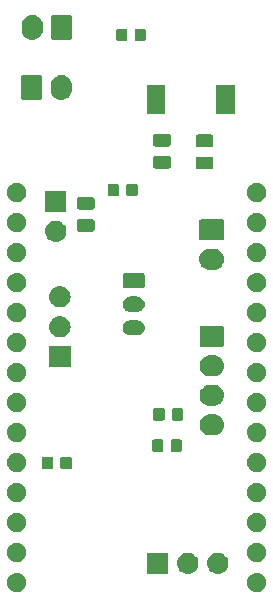
<source format=gbr>
G04 #@! TF.GenerationSoftware,KiCad,Pcbnew,(5.0.1)-rc2*
G04 #@! TF.CreationDate,2019-05-10T17:03:12-07:00*
G04 #@! TF.ProjectId,weatherStation,7765617468657253746174696F6E2E6B,rev?*
G04 #@! TF.SameCoordinates,Original*
G04 #@! TF.FileFunction,Soldermask,Bot*
G04 #@! TF.FilePolarity,Negative*
%FSLAX46Y46*%
G04 Gerber Fmt 4.6, Leading zero omitted, Abs format (unit mm)*
G04 Created by KiCad (PCBNEW (5.0.1)-rc2) date 5/10/2019 5:03:12 PM*
%MOMM*%
%LPD*%
G01*
G04 APERTURE LIST*
%ADD10C,0.100000*%
G04 APERTURE END LIST*
D10*
G36*
X115807142Y-105898242D02*
X115913658Y-105942363D01*
X115945132Y-105955400D01*
X115955102Y-105959530D01*
X116088258Y-106048502D01*
X116201498Y-106161742D01*
X116290470Y-106294898D01*
X116351758Y-106442858D01*
X116383000Y-106599925D01*
X116383000Y-106760075D01*
X116351758Y-106917142D01*
X116290470Y-107065102D01*
X116201498Y-107198258D01*
X116088258Y-107311498D01*
X115955102Y-107400470D01*
X115807142Y-107461758D01*
X115650075Y-107493000D01*
X115489925Y-107493000D01*
X115332858Y-107461758D01*
X115184898Y-107400470D01*
X115051742Y-107311498D01*
X114938502Y-107198258D01*
X114849530Y-107065102D01*
X114788242Y-106917142D01*
X114757000Y-106760075D01*
X114757000Y-106599925D01*
X114788242Y-106442858D01*
X114849530Y-106294898D01*
X114938502Y-106161742D01*
X115051742Y-106048502D01*
X115184898Y-105959530D01*
X115194869Y-105955400D01*
X115226342Y-105942363D01*
X115332858Y-105898242D01*
X115489925Y-105867000D01*
X115650075Y-105867000D01*
X115807142Y-105898242D01*
X115807142Y-105898242D01*
G37*
G36*
X95487142Y-105898242D02*
X95593658Y-105942363D01*
X95625132Y-105955400D01*
X95635102Y-105959530D01*
X95768258Y-106048502D01*
X95881498Y-106161742D01*
X95970470Y-106294898D01*
X96031758Y-106442858D01*
X96063000Y-106599925D01*
X96063000Y-106760075D01*
X96031758Y-106917142D01*
X95970470Y-107065102D01*
X95881498Y-107198258D01*
X95768258Y-107311498D01*
X95635102Y-107400470D01*
X95487142Y-107461758D01*
X95330075Y-107493000D01*
X95169925Y-107493000D01*
X95012858Y-107461758D01*
X94864898Y-107400470D01*
X94731742Y-107311498D01*
X94618502Y-107198258D01*
X94529530Y-107065102D01*
X94468242Y-106917142D01*
X94437000Y-106760075D01*
X94437000Y-106599925D01*
X94468242Y-106442858D01*
X94529530Y-106294898D01*
X94618502Y-106161742D01*
X94731742Y-106048502D01*
X94864898Y-105959530D01*
X94874869Y-105955400D01*
X94906342Y-105942363D01*
X95012858Y-105898242D01*
X95169925Y-105867000D01*
X95330075Y-105867000D01*
X95487142Y-105898242D01*
X95487142Y-105898242D01*
G37*
G36*
X112378443Y-104159919D02*
X112444627Y-104166437D01*
X112557853Y-104200784D01*
X112614467Y-104217957D01*
X112753087Y-104292052D01*
X112770991Y-104301622D01*
X112806729Y-104330952D01*
X112908186Y-104414214D01*
X112991448Y-104515671D01*
X113020778Y-104551409D01*
X113020779Y-104551411D01*
X113104443Y-104707933D01*
X113104443Y-104707934D01*
X113155963Y-104877773D01*
X113173359Y-105054400D01*
X113155963Y-105231027D01*
X113121616Y-105344253D01*
X113104443Y-105400867D01*
X113030348Y-105539487D01*
X113020778Y-105557391D01*
X112991448Y-105593129D01*
X112908186Y-105694586D01*
X112806729Y-105777848D01*
X112770991Y-105807178D01*
X112770989Y-105807179D01*
X112614467Y-105890843D01*
X112557853Y-105908016D01*
X112444627Y-105942363D01*
X112378443Y-105948881D01*
X112312260Y-105955400D01*
X112223740Y-105955400D01*
X112157557Y-105948881D01*
X112091373Y-105942363D01*
X111978147Y-105908016D01*
X111921533Y-105890843D01*
X111765011Y-105807179D01*
X111765009Y-105807178D01*
X111729271Y-105777848D01*
X111627814Y-105694586D01*
X111544552Y-105593129D01*
X111515222Y-105557391D01*
X111505652Y-105539487D01*
X111431557Y-105400867D01*
X111414384Y-105344253D01*
X111380037Y-105231027D01*
X111362641Y-105054400D01*
X111380037Y-104877773D01*
X111431557Y-104707934D01*
X111431557Y-104707933D01*
X111515221Y-104551411D01*
X111515222Y-104551409D01*
X111544552Y-104515671D01*
X111627814Y-104414214D01*
X111729271Y-104330952D01*
X111765009Y-104301622D01*
X111782913Y-104292052D01*
X111921533Y-104217957D01*
X111978147Y-104200784D01*
X112091373Y-104166437D01*
X112157557Y-104159919D01*
X112223740Y-104153400D01*
X112312260Y-104153400D01*
X112378443Y-104159919D01*
X112378443Y-104159919D01*
G37*
G36*
X109838443Y-104159919D02*
X109904627Y-104166437D01*
X110017853Y-104200784D01*
X110074467Y-104217957D01*
X110213087Y-104292052D01*
X110230991Y-104301622D01*
X110266729Y-104330952D01*
X110368186Y-104414214D01*
X110451448Y-104515671D01*
X110480778Y-104551409D01*
X110480779Y-104551411D01*
X110564443Y-104707933D01*
X110564443Y-104707934D01*
X110615963Y-104877773D01*
X110633359Y-105054400D01*
X110615963Y-105231027D01*
X110581616Y-105344253D01*
X110564443Y-105400867D01*
X110490348Y-105539487D01*
X110480778Y-105557391D01*
X110451448Y-105593129D01*
X110368186Y-105694586D01*
X110266729Y-105777848D01*
X110230991Y-105807178D01*
X110230989Y-105807179D01*
X110074467Y-105890843D01*
X110017853Y-105908016D01*
X109904627Y-105942363D01*
X109838443Y-105948881D01*
X109772260Y-105955400D01*
X109683740Y-105955400D01*
X109617557Y-105948881D01*
X109551373Y-105942363D01*
X109438147Y-105908016D01*
X109381533Y-105890843D01*
X109225011Y-105807179D01*
X109225009Y-105807178D01*
X109189271Y-105777848D01*
X109087814Y-105694586D01*
X109004552Y-105593129D01*
X108975222Y-105557391D01*
X108965652Y-105539487D01*
X108891557Y-105400867D01*
X108874384Y-105344253D01*
X108840037Y-105231027D01*
X108822641Y-105054400D01*
X108840037Y-104877773D01*
X108891557Y-104707934D01*
X108891557Y-104707933D01*
X108975221Y-104551411D01*
X108975222Y-104551409D01*
X109004552Y-104515671D01*
X109087814Y-104414214D01*
X109189271Y-104330952D01*
X109225009Y-104301622D01*
X109242913Y-104292052D01*
X109381533Y-104217957D01*
X109438147Y-104200784D01*
X109551373Y-104166437D01*
X109617557Y-104159919D01*
X109683740Y-104153400D01*
X109772260Y-104153400D01*
X109838443Y-104159919D01*
X109838443Y-104159919D01*
G37*
G36*
X108089000Y-105955400D02*
X106287000Y-105955400D01*
X106287000Y-104153400D01*
X108089000Y-104153400D01*
X108089000Y-105955400D01*
X108089000Y-105955400D01*
G37*
G36*
X115807142Y-103358242D02*
X115955102Y-103419530D01*
X116088258Y-103508502D01*
X116201498Y-103621742D01*
X116290470Y-103754898D01*
X116351758Y-103902858D01*
X116383000Y-104059925D01*
X116383000Y-104220075D01*
X116351758Y-104377142D01*
X116290470Y-104525102D01*
X116201498Y-104658258D01*
X116088258Y-104771498D01*
X115955102Y-104860470D01*
X115807142Y-104921758D01*
X115650075Y-104953000D01*
X115489925Y-104953000D01*
X115332858Y-104921758D01*
X115184898Y-104860470D01*
X115051742Y-104771498D01*
X114938502Y-104658258D01*
X114849530Y-104525102D01*
X114788242Y-104377142D01*
X114757000Y-104220075D01*
X114757000Y-104059925D01*
X114788242Y-103902858D01*
X114849530Y-103754898D01*
X114938502Y-103621742D01*
X115051742Y-103508502D01*
X115184898Y-103419530D01*
X115332858Y-103358242D01*
X115489925Y-103327000D01*
X115650075Y-103327000D01*
X115807142Y-103358242D01*
X115807142Y-103358242D01*
G37*
G36*
X95487142Y-103358242D02*
X95635102Y-103419530D01*
X95768258Y-103508502D01*
X95881498Y-103621742D01*
X95970470Y-103754898D01*
X96031758Y-103902858D01*
X96063000Y-104059925D01*
X96063000Y-104220075D01*
X96031758Y-104377142D01*
X95970470Y-104525102D01*
X95881498Y-104658258D01*
X95768258Y-104771498D01*
X95635102Y-104860470D01*
X95487142Y-104921758D01*
X95330075Y-104953000D01*
X95169925Y-104953000D01*
X95012858Y-104921758D01*
X94864898Y-104860470D01*
X94731742Y-104771498D01*
X94618502Y-104658258D01*
X94529530Y-104525102D01*
X94468242Y-104377142D01*
X94437000Y-104220075D01*
X94437000Y-104059925D01*
X94468242Y-103902858D01*
X94529530Y-103754898D01*
X94618502Y-103621742D01*
X94731742Y-103508502D01*
X94864898Y-103419530D01*
X95012858Y-103358242D01*
X95169925Y-103327000D01*
X95330075Y-103327000D01*
X95487142Y-103358242D01*
X95487142Y-103358242D01*
G37*
G36*
X95487142Y-100818242D02*
X95635102Y-100879530D01*
X95768258Y-100968502D01*
X95881498Y-101081742D01*
X95970470Y-101214898D01*
X96031758Y-101362858D01*
X96063000Y-101519925D01*
X96063000Y-101680075D01*
X96031758Y-101837142D01*
X95970470Y-101985102D01*
X95881498Y-102118258D01*
X95768258Y-102231498D01*
X95635102Y-102320470D01*
X95487142Y-102381758D01*
X95330075Y-102413000D01*
X95169925Y-102413000D01*
X95012858Y-102381758D01*
X94864898Y-102320470D01*
X94731742Y-102231498D01*
X94618502Y-102118258D01*
X94529530Y-101985102D01*
X94468242Y-101837142D01*
X94437000Y-101680075D01*
X94437000Y-101519925D01*
X94468242Y-101362858D01*
X94529530Y-101214898D01*
X94618502Y-101081742D01*
X94731742Y-100968502D01*
X94864898Y-100879530D01*
X95012858Y-100818242D01*
X95169925Y-100787000D01*
X95330075Y-100787000D01*
X95487142Y-100818242D01*
X95487142Y-100818242D01*
G37*
G36*
X115807142Y-100818242D02*
X115955102Y-100879530D01*
X116088258Y-100968502D01*
X116201498Y-101081742D01*
X116290470Y-101214898D01*
X116351758Y-101362858D01*
X116383000Y-101519925D01*
X116383000Y-101680075D01*
X116351758Y-101837142D01*
X116290470Y-101985102D01*
X116201498Y-102118258D01*
X116088258Y-102231498D01*
X115955102Y-102320470D01*
X115807142Y-102381758D01*
X115650075Y-102413000D01*
X115489925Y-102413000D01*
X115332858Y-102381758D01*
X115184898Y-102320470D01*
X115051742Y-102231498D01*
X114938502Y-102118258D01*
X114849530Y-101985102D01*
X114788242Y-101837142D01*
X114757000Y-101680075D01*
X114757000Y-101519925D01*
X114788242Y-101362858D01*
X114849530Y-101214898D01*
X114938502Y-101081742D01*
X115051742Y-100968502D01*
X115184898Y-100879530D01*
X115332858Y-100818242D01*
X115489925Y-100787000D01*
X115650075Y-100787000D01*
X115807142Y-100818242D01*
X115807142Y-100818242D01*
G37*
G36*
X95487142Y-98278242D02*
X95635102Y-98339530D01*
X95768258Y-98428502D01*
X95881498Y-98541742D01*
X95970470Y-98674898D01*
X96031758Y-98822858D01*
X96063000Y-98979925D01*
X96063000Y-99140075D01*
X96031758Y-99297142D01*
X95970470Y-99445102D01*
X95881498Y-99578258D01*
X95768258Y-99691498D01*
X95635102Y-99780470D01*
X95487142Y-99841758D01*
X95330075Y-99873000D01*
X95169925Y-99873000D01*
X95012858Y-99841758D01*
X94864898Y-99780470D01*
X94731742Y-99691498D01*
X94618502Y-99578258D01*
X94529530Y-99445102D01*
X94468242Y-99297142D01*
X94437000Y-99140075D01*
X94437000Y-98979925D01*
X94468242Y-98822858D01*
X94529530Y-98674898D01*
X94618502Y-98541742D01*
X94731742Y-98428502D01*
X94864898Y-98339530D01*
X95012858Y-98278242D01*
X95169925Y-98247000D01*
X95330075Y-98247000D01*
X95487142Y-98278242D01*
X95487142Y-98278242D01*
G37*
G36*
X115807142Y-98278242D02*
X115955102Y-98339530D01*
X116088258Y-98428502D01*
X116201498Y-98541742D01*
X116290470Y-98674898D01*
X116351758Y-98822858D01*
X116383000Y-98979925D01*
X116383000Y-99140075D01*
X116351758Y-99297142D01*
X116290470Y-99445102D01*
X116201498Y-99578258D01*
X116088258Y-99691498D01*
X115955102Y-99780470D01*
X115807142Y-99841758D01*
X115650075Y-99873000D01*
X115489925Y-99873000D01*
X115332858Y-99841758D01*
X115184898Y-99780470D01*
X115051742Y-99691498D01*
X114938502Y-99578258D01*
X114849530Y-99445102D01*
X114788242Y-99297142D01*
X114757000Y-99140075D01*
X114757000Y-98979925D01*
X114788242Y-98822858D01*
X114849530Y-98674898D01*
X114938502Y-98541742D01*
X115051742Y-98428502D01*
X115184898Y-98339530D01*
X115332858Y-98278242D01*
X115489925Y-98247000D01*
X115650075Y-98247000D01*
X115807142Y-98278242D01*
X115807142Y-98278242D01*
G37*
G36*
X95487142Y-95738242D02*
X95635102Y-95799530D01*
X95702130Y-95844317D01*
X95768257Y-95888501D01*
X95881499Y-96001743D01*
X95912998Y-96048885D01*
X95970470Y-96134898D01*
X96031758Y-96282858D01*
X96063000Y-96439925D01*
X96063000Y-96600075D01*
X96031758Y-96757142D01*
X95970470Y-96905102D01*
X95943129Y-96946020D01*
X95890183Y-97025261D01*
X95881498Y-97038258D01*
X95768258Y-97151498D01*
X95635102Y-97240470D01*
X95487142Y-97301758D01*
X95330075Y-97333000D01*
X95169925Y-97333000D01*
X95012858Y-97301758D01*
X94864898Y-97240470D01*
X94731742Y-97151498D01*
X94618502Y-97038258D01*
X94609818Y-97025261D01*
X94556871Y-96946020D01*
X94529530Y-96905102D01*
X94468242Y-96757142D01*
X94437000Y-96600075D01*
X94437000Y-96439925D01*
X94468242Y-96282858D01*
X94529530Y-96134898D01*
X94587002Y-96048885D01*
X94618501Y-96001743D01*
X94731743Y-95888501D01*
X94797870Y-95844317D01*
X94864898Y-95799530D01*
X95012858Y-95738242D01*
X95169925Y-95707000D01*
X95330075Y-95707000D01*
X95487142Y-95738242D01*
X95487142Y-95738242D01*
G37*
G36*
X115807142Y-95738242D02*
X115955102Y-95799530D01*
X116022130Y-95844317D01*
X116088257Y-95888501D01*
X116201499Y-96001743D01*
X116232998Y-96048885D01*
X116290470Y-96134898D01*
X116351758Y-96282858D01*
X116383000Y-96439925D01*
X116383000Y-96600075D01*
X116351758Y-96757142D01*
X116290470Y-96905102D01*
X116263129Y-96946020D01*
X116210183Y-97025261D01*
X116201498Y-97038258D01*
X116088258Y-97151498D01*
X115955102Y-97240470D01*
X115807142Y-97301758D01*
X115650075Y-97333000D01*
X115489925Y-97333000D01*
X115332858Y-97301758D01*
X115184898Y-97240470D01*
X115051742Y-97151498D01*
X114938502Y-97038258D01*
X114929818Y-97025261D01*
X114876871Y-96946020D01*
X114849530Y-96905102D01*
X114788242Y-96757142D01*
X114757000Y-96600075D01*
X114757000Y-96439925D01*
X114788242Y-96282858D01*
X114849530Y-96134898D01*
X114907002Y-96048885D01*
X114938501Y-96001743D01*
X115051743Y-95888501D01*
X115117870Y-95844317D01*
X115184898Y-95799530D01*
X115332858Y-95738242D01*
X115489925Y-95707000D01*
X115650075Y-95707000D01*
X115807142Y-95738242D01*
X115807142Y-95738242D01*
G37*
G36*
X98208191Y-96048885D02*
X98242169Y-96059193D01*
X98273487Y-96075933D01*
X98300939Y-96098461D01*
X98323467Y-96125913D01*
X98340207Y-96157231D01*
X98350515Y-96191209D01*
X98354600Y-96232690D01*
X98354600Y-96908910D01*
X98350515Y-96950391D01*
X98340207Y-96984369D01*
X98323467Y-97015687D01*
X98300939Y-97043139D01*
X98273487Y-97065667D01*
X98242169Y-97082407D01*
X98208191Y-97092715D01*
X98166710Y-97096800D01*
X97565490Y-97096800D01*
X97524009Y-97092715D01*
X97490031Y-97082407D01*
X97458713Y-97065667D01*
X97431261Y-97043139D01*
X97408733Y-97015687D01*
X97391993Y-96984369D01*
X97381685Y-96950391D01*
X97377600Y-96908910D01*
X97377600Y-96232690D01*
X97381685Y-96191209D01*
X97391993Y-96157231D01*
X97408733Y-96125913D01*
X97431261Y-96098461D01*
X97458713Y-96075933D01*
X97490031Y-96059193D01*
X97524009Y-96048885D01*
X97565490Y-96044800D01*
X98166710Y-96044800D01*
X98208191Y-96048885D01*
X98208191Y-96048885D01*
G37*
G36*
X99783191Y-96048885D02*
X99817169Y-96059193D01*
X99848487Y-96075933D01*
X99875939Y-96098461D01*
X99898467Y-96125913D01*
X99915207Y-96157231D01*
X99925515Y-96191209D01*
X99929600Y-96232690D01*
X99929600Y-96908910D01*
X99925515Y-96950391D01*
X99915207Y-96984369D01*
X99898467Y-97015687D01*
X99875939Y-97043139D01*
X99848487Y-97065667D01*
X99817169Y-97082407D01*
X99783191Y-97092715D01*
X99741710Y-97096800D01*
X99140490Y-97096800D01*
X99099009Y-97092715D01*
X99065031Y-97082407D01*
X99033713Y-97065667D01*
X99006261Y-97043139D01*
X98983733Y-97015687D01*
X98966993Y-96984369D01*
X98956685Y-96950391D01*
X98952600Y-96908910D01*
X98952600Y-96232690D01*
X98956685Y-96191209D01*
X98966993Y-96157231D01*
X98983733Y-96125913D01*
X99006261Y-96098461D01*
X99033713Y-96075933D01*
X99065031Y-96059193D01*
X99099009Y-96048885D01*
X99140490Y-96044800D01*
X99741710Y-96044800D01*
X99783191Y-96048885D01*
X99783191Y-96048885D01*
G37*
G36*
X109104891Y-94575685D02*
X109138869Y-94585993D01*
X109170187Y-94602733D01*
X109197639Y-94625261D01*
X109220167Y-94652713D01*
X109236907Y-94684031D01*
X109247215Y-94718009D01*
X109251300Y-94759490D01*
X109251300Y-95435710D01*
X109247215Y-95477191D01*
X109236907Y-95511169D01*
X109220167Y-95542487D01*
X109197639Y-95569939D01*
X109170187Y-95592467D01*
X109138869Y-95609207D01*
X109104891Y-95619515D01*
X109063410Y-95623600D01*
X108462190Y-95623600D01*
X108420709Y-95619515D01*
X108386731Y-95609207D01*
X108355413Y-95592467D01*
X108327961Y-95569939D01*
X108305433Y-95542487D01*
X108288693Y-95511169D01*
X108278385Y-95477191D01*
X108274300Y-95435710D01*
X108274300Y-94759490D01*
X108278385Y-94718009D01*
X108288693Y-94684031D01*
X108305433Y-94652713D01*
X108327961Y-94625261D01*
X108355413Y-94602733D01*
X108386731Y-94585993D01*
X108420709Y-94575685D01*
X108462190Y-94571600D01*
X109063410Y-94571600D01*
X109104891Y-94575685D01*
X109104891Y-94575685D01*
G37*
G36*
X107529891Y-94575685D02*
X107563869Y-94585993D01*
X107595187Y-94602733D01*
X107622639Y-94625261D01*
X107645167Y-94652713D01*
X107661907Y-94684031D01*
X107672215Y-94718009D01*
X107676300Y-94759490D01*
X107676300Y-95435710D01*
X107672215Y-95477191D01*
X107661907Y-95511169D01*
X107645167Y-95542487D01*
X107622639Y-95569939D01*
X107595187Y-95592467D01*
X107563869Y-95609207D01*
X107529891Y-95619515D01*
X107488410Y-95623600D01*
X106887190Y-95623600D01*
X106845709Y-95619515D01*
X106811731Y-95609207D01*
X106780413Y-95592467D01*
X106752961Y-95569939D01*
X106730433Y-95542487D01*
X106713693Y-95511169D01*
X106703385Y-95477191D01*
X106699300Y-95435710D01*
X106699300Y-94759490D01*
X106703385Y-94718009D01*
X106713693Y-94684031D01*
X106730433Y-94652713D01*
X106752961Y-94625261D01*
X106780413Y-94602733D01*
X106811731Y-94585993D01*
X106845709Y-94575685D01*
X106887190Y-94571600D01*
X107488410Y-94571600D01*
X107529891Y-94575685D01*
X107529891Y-94575685D01*
G37*
G36*
X95487142Y-93198242D02*
X95635102Y-93259530D01*
X95768258Y-93348502D01*
X95881498Y-93461742D01*
X95970470Y-93594898D01*
X96031758Y-93742858D01*
X96063000Y-93899925D01*
X96063000Y-94060075D01*
X96031758Y-94217142D01*
X96019804Y-94246000D01*
X95970471Y-94365100D01*
X95881499Y-94498257D01*
X95768257Y-94611499D01*
X95720904Y-94643139D01*
X95635102Y-94700470D01*
X95487142Y-94761758D01*
X95330075Y-94793000D01*
X95169925Y-94793000D01*
X95012858Y-94761758D01*
X94864898Y-94700470D01*
X94779096Y-94643139D01*
X94731743Y-94611499D01*
X94618501Y-94498257D01*
X94529529Y-94365100D01*
X94480196Y-94246000D01*
X94468242Y-94217142D01*
X94437000Y-94060075D01*
X94437000Y-93899925D01*
X94468242Y-93742858D01*
X94529530Y-93594898D01*
X94618502Y-93461742D01*
X94731742Y-93348502D01*
X94864898Y-93259530D01*
X95012858Y-93198242D01*
X95169925Y-93167000D01*
X95330075Y-93167000D01*
X95487142Y-93198242D01*
X95487142Y-93198242D01*
G37*
G36*
X115807142Y-93198242D02*
X115955102Y-93259530D01*
X116088258Y-93348502D01*
X116201498Y-93461742D01*
X116290470Y-93594898D01*
X116351758Y-93742858D01*
X116383000Y-93899925D01*
X116383000Y-94060075D01*
X116351758Y-94217142D01*
X116339804Y-94246000D01*
X116290471Y-94365100D01*
X116201499Y-94498257D01*
X116088257Y-94611499D01*
X116040904Y-94643139D01*
X115955102Y-94700470D01*
X115807142Y-94761758D01*
X115650075Y-94793000D01*
X115489925Y-94793000D01*
X115332858Y-94761758D01*
X115184898Y-94700470D01*
X115099096Y-94643139D01*
X115051743Y-94611499D01*
X114938501Y-94498257D01*
X114849529Y-94365100D01*
X114800196Y-94246000D01*
X114788242Y-94217142D01*
X114757000Y-94060075D01*
X114757000Y-93899925D01*
X114788242Y-93742858D01*
X114849530Y-93594898D01*
X114938502Y-93461742D01*
X115051742Y-93348502D01*
X115184898Y-93259530D01*
X115332858Y-93198242D01*
X115489925Y-93167000D01*
X115650075Y-93167000D01*
X115807142Y-93198242D01*
X115807142Y-93198242D01*
G37*
G36*
X111995443Y-92450519D02*
X112061627Y-92457037D01*
X112174853Y-92491384D01*
X112231467Y-92508557D01*
X112370087Y-92582652D01*
X112387991Y-92592222D01*
X112423729Y-92621552D01*
X112525186Y-92704814D01*
X112591321Y-92785401D01*
X112637778Y-92842009D01*
X112637779Y-92842011D01*
X112721443Y-92998533D01*
X112721443Y-92998534D01*
X112772963Y-93168373D01*
X112790359Y-93345000D01*
X112772963Y-93521627D01*
X112750736Y-93594900D01*
X112721443Y-93691467D01*
X112647348Y-93830087D01*
X112637778Y-93847991D01*
X112608448Y-93883729D01*
X112525186Y-93985186D01*
X112433933Y-94060074D01*
X112387991Y-94097778D01*
X112387989Y-94097779D01*
X112231467Y-94181443D01*
X112174853Y-94198616D01*
X112061627Y-94232963D01*
X111995443Y-94239481D01*
X111929260Y-94246000D01*
X111590740Y-94246000D01*
X111524557Y-94239481D01*
X111458373Y-94232963D01*
X111345147Y-94198616D01*
X111288533Y-94181443D01*
X111132011Y-94097779D01*
X111132009Y-94097778D01*
X111086067Y-94060074D01*
X110994814Y-93985186D01*
X110911552Y-93883729D01*
X110882222Y-93847991D01*
X110872652Y-93830087D01*
X110798557Y-93691467D01*
X110769264Y-93594900D01*
X110747037Y-93521627D01*
X110729641Y-93345000D01*
X110747037Y-93168373D01*
X110798557Y-92998534D01*
X110798557Y-92998533D01*
X110882221Y-92842011D01*
X110882222Y-92842009D01*
X110928679Y-92785401D01*
X110994814Y-92704814D01*
X111096271Y-92621552D01*
X111132009Y-92592222D01*
X111149913Y-92582652D01*
X111288533Y-92508557D01*
X111345147Y-92491384D01*
X111458373Y-92457037D01*
X111524557Y-92450519D01*
X111590740Y-92444000D01*
X111929260Y-92444000D01*
X111995443Y-92450519D01*
X111995443Y-92450519D01*
G37*
G36*
X109206491Y-91934085D02*
X109240469Y-91944393D01*
X109271787Y-91961133D01*
X109299239Y-91983661D01*
X109321767Y-92011113D01*
X109338507Y-92042431D01*
X109348815Y-92076409D01*
X109352900Y-92117890D01*
X109352900Y-92794110D01*
X109348815Y-92835591D01*
X109338507Y-92869569D01*
X109321767Y-92900887D01*
X109299239Y-92928339D01*
X109271787Y-92950867D01*
X109240469Y-92967607D01*
X109206491Y-92977915D01*
X109165010Y-92982000D01*
X108563790Y-92982000D01*
X108522309Y-92977915D01*
X108488331Y-92967607D01*
X108457013Y-92950867D01*
X108429561Y-92928339D01*
X108407033Y-92900887D01*
X108390293Y-92869569D01*
X108379985Y-92835591D01*
X108375900Y-92794110D01*
X108375900Y-92117890D01*
X108379985Y-92076409D01*
X108390293Y-92042431D01*
X108407033Y-92011113D01*
X108429561Y-91983661D01*
X108457013Y-91961133D01*
X108488331Y-91944393D01*
X108522309Y-91934085D01*
X108563790Y-91930000D01*
X109165010Y-91930000D01*
X109206491Y-91934085D01*
X109206491Y-91934085D01*
G37*
G36*
X107631491Y-91934085D02*
X107665469Y-91944393D01*
X107696787Y-91961133D01*
X107724239Y-91983661D01*
X107746767Y-92011113D01*
X107763507Y-92042431D01*
X107773815Y-92076409D01*
X107777900Y-92117890D01*
X107777900Y-92794110D01*
X107773815Y-92835591D01*
X107763507Y-92869569D01*
X107746767Y-92900887D01*
X107724239Y-92928339D01*
X107696787Y-92950867D01*
X107665469Y-92967607D01*
X107631491Y-92977915D01*
X107590010Y-92982000D01*
X106988790Y-92982000D01*
X106947309Y-92977915D01*
X106913331Y-92967607D01*
X106882013Y-92950867D01*
X106854561Y-92928339D01*
X106832033Y-92900887D01*
X106815293Y-92869569D01*
X106804985Y-92835591D01*
X106800900Y-92794110D01*
X106800900Y-92117890D01*
X106804985Y-92076409D01*
X106815293Y-92042431D01*
X106832033Y-92011113D01*
X106854561Y-91983661D01*
X106882013Y-91961133D01*
X106913331Y-91944393D01*
X106947309Y-91934085D01*
X106988790Y-91930000D01*
X107590010Y-91930000D01*
X107631491Y-91934085D01*
X107631491Y-91934085D01*
G37*
G36*
X95487142Y-90658242D02*
X95635102Y-90719530D01*
X95768258Y-90808502D01*
X95881498Y-90921742D01*
X95970470Y-91054898D01*
X96031758Y-91202858D01*
X96063000Y-91359925D01*
X96063000Y-91520075D01*
X96031758Y-91677142D01*
X95984354Y-91791583D01*
X95970471Y-91825100D01*
X95881499Y-91958257D01*
X95768257Y-92071499D01*
X95754367Y-92080780D01*
X95635102Y-92160470D01*
X95487142Y-92221758D01*
X95330075Y-92253000D01*
X95169925Y-92253000D01*
X95012858Y-92221758D01*
X94864898Y-92160470D01*
X94745633Y-92080780D01*
X94731743Y-92071499D01*
X94618501Y-91958257D01*
X94529529Y-91825100D01*
X94515646Y-91791583D01*
X94468242Y-91677142D01*
X94437000Y-91520075D01*
X94437000Y-91359925D01*
X94468242Y-91202858D01*
X94529530Y-91054898D01*
X94618502Y-90921742D01*
X94731742Y-90808502D01*
X94864898Y-90719530D01*
X95012858Y-90658242D01*
X95169925Y-90627000D01*
X95330075Y-90627000D01*
X95487142Y-90658242D01*
X95487142Y-90658242D01*
G37*
G36*
X115807142Y-90658242D02*
X115955102Y-90719530D01*
X116088258Y-90808502D01*
X116201498Y-90921742D01*
X116290470Y-91054898D01*
X116351758Y-91202858D01*
X116383000Y-91359925D01*
X116383000Y-91520075D01*
X116351758Y-91677142D01*
X116304354Y-91791583D01*
X116290471Y-91825100D01*
X116201499Y-91958257D01*
X116088257Y-92071499D01*
X116074367Y-92080780D01*
X115955102Y-92160470D01*
X115807142Y-92221758D01*
X115650075Y-92253000D01*
X115489925Y-92253000D01*
X115332858Y-92221758D01*
X115184898Y-92160470D01*
X115065633Y-92080780D01*
X115051743Y-92071499D01*
X114938501Y-91958257D01*
X114849529Y-91825100D01*
X114835646Y-91791583D01*
X114788242Y-91677142D01*
X114757000Y-91520075D01*
X114757000Y-91359925D01*
X114788242Y-91202858D01*
X114849530Y-91054898D01*
X114938502Y-90921742D01*
X115051742Y-90808502D01*
X115184898Y-90719530D01*
X115332858Y-90658242D01*
X115489925Y-90627000D01*
X115650075Y-90627000D01*
X115807142Y-90658242D01*
X115807142Y-90658242D01*
G37*
G36*
X111995443Y-89950519D02*
X112061627Y-89957037D01*
X112174853Y-89991384D01*
X112231467Y-90008557D01*
X112370087Y-90082652D01*
X112387991Y-90092222D01*
X112423729Y-90121552D01*
X112525186Y-90204814D01*
X112608448Y-90306271D01*
X112637778Y-90342009D01*
X112637779Y-90342011D01*
X112721443Y-90498533D01*
X112721443Y-90498534D01*
X112772963Y-90668373D01*
X112790359Y-90845000D01*
X112772963Y-91021627D01*
X112738616Y-91134853D01*
X112721443Y-91191467D01*
X112715354Y-91202858D01*
X112637778Y-91347991D01*
X112627984Y-91359925D01*
X112525186Y-91485186D01*
X112423729Y-91568448D01*
X112387991Y-91597778D01*
X112387989Y-91597779D01*
X112231467Y-91681443D01*
X112174853Y-91698616D01*
X112061627Y-91732963D01*
X111995443Y-91739481D01*
X111929260Y-91746000D01*
X111590740Y-91746000D01*
X111524557Y-91739481D01*
X111458373Y-91732963D01*
X111345147Y-91698616D01*
X111288533Y-91681443D01*
X111132011Y-91597779D01*
X111132009Y-91597778D01*
X111096271Y-91568448D01*
X110994814Y-91485186D01*
X110892016Y-91359925D01*
X110882222Y-91347991D01*
X110804646Y-91202858D01*
X110798557Y-91191467D01*
X110781384Y-91134853D01*
X110747037Y-91021627D01*
X110729641Y-90845000D01*
X110747037Y-90668373D01*
X110798557Y-90498534D01*
X110798557Y-90498533D01*
X110882221Y-90342011D01*
X110882222Y-90342009D01*
X110911552Y-90306271D01*
X110994814Y-90204814D01*
X111096271Y-90121552D01*
X111132009Y-90092222D01*
X111149913Y-90082652D01*
X111288533Y-90008557D01*
X111345147Y-89991384D01*
X111458373Y-89957037D01*
X111524557Y-89950519D01*
X111590740Y-89944000D01*
X111929260Y-89944000D01*
X111995443Y-89950519D01*
X111995443Y-89950519D01*
G37*
G36*
X115807142Y-88118242D02*
X115955102Y-88179530D01*
X116088258Y-88268502D01*
X116201498Y-88381742D01*
X116267286Y-88480200D01*
X116290471Y-88514900D01*
X116293257Y-88521627D01*
X116351758Y-88662858D01*
X116383000Y-88819925D01*
X116383000Y-88980075D01*
X116351758Y-89137142D01*
X116290470Y-89285102D01*
X116201498Y-89418258D01*
X116088258Y-89531498D01*
X115955102Y-89620470D01*
X115807142Y-89681758D01*
X115650075Y-89713000D01*
X115489925Y-89713000D01*
X115332858Y-89681758D01*
X115184898Y-89620470D01*
X115051742Y-89531498D01*
X114938502Y-89418258D01*
X114849530Y-89285102D01*
X114788242Y-89137142D01*
X114757000Y-88980075D01*
X114757000Y-88819925D01*
X114788242Y-88662858D01*
X114846743Y-88521627D01*
X114849529Y-88514900D01*
X114872715Y-88480200D01*
X114938502Y-88381742D01*
X115051742Y-88268502D01*
X115184898Y-88179530D01*
X115332858Y-88118242D01*
X115489925Y-88087000D01*
X115650075Y-88087000D01*
X115807142Y-88118242D01*
X115807142Y-88118242D01*
G37*
G36*
X95487142Y-88118242D02*
X95635102Y-88179530D01*
X95768258Y-88268502D01*
X95881498Y-88381742D01*
X95947286Y-88480200D01*
X95970471Y-88514900D01*
X95973257Y-88521627D01*
X96031758Y-88662858D01*
X96063000Y-88819925D01*
X96063000Y-88980075D01*
X96031758Y-89137142D01*
X95970470Y-89285102D01*
X95881498Y-89418258D01*
X95768258Y-89531498D01*
X95635102Y-89620470D01*
X95487142Y-89681758D01*
X95330075Y-89713000D01*
X95169925Y-89713000D01*
X95012858Y-89681758D01*
X94864898Y-89620470D01*
X94731742Y-89531498D01*
X94618502Y-89418258D01*
X94529530Y-89285102D01*
X94468242Y-89137142D01*
X94437000Y-88980075D01*
X94437000Y-88819925D01*
X94468242Y-88662858D01*
X94526743Y-88521627D01*
X94529529Y-88514900D01*
X94552715Y-88480200D01*
X94618502Y-88381742D01*
X94731742Y-88268502D01*
X94864898Y-88179530D01*
X95012858Y-88118242D01*
X95169925Y-88087000D01*
X95330075Y-88087000D01*
X95487142Y-88118242D01*
X95487142Y-88118242D01*
G37*
G36*
X111995443Y-87450519D02*
X112061627Y-87457037D01*
X112174853Y-87491384D01*
X112231467Y-87508557D01*
X112370087Y-87582652D01*
X112387991Y-87592222D01*
X112423729Y-87621552D01*
X112525186Y-87704814D01*
X112608448Y-87806271D01*
X112637778Y-87842009D01*
X112637779Y-87842011D01*
X112721443Y-87998533D01*
X112721443Y-87998534D01*
X112772963Y-88168373D01*
X112790359Y-88345000D01*
X112772963Y-88521627D01*
X112738616Y-88634853D01*
X112721443Y-88691467D01*
X112652780Y-88819925D01*
X112637778Y-88847991D01*
X112608448Y-88883729D01*
X112525186Y-88985186D01*
X112423729Y-89068448D01*
X112387991Y-89097778D01*
X112387989Y-89097779D01*
X112231467Y-89181443D01*
X112174853Y-89198616D01*
X112061627Y-89232963D01*
X111995442Y-89239482D01*
X111929260Y-89246000D01*
X111590740Y-89246000D01*
X111524558Y-89239482D01*
X111458373Y-89232963D01*
X111345147Y-89198616D01*
X111288533Y-89181443D01*
X111132011Y-89097779D01*
X111132009Y-89097778D01*
X111096271Y-89068448D01*
X110994814Y-88985186D01*
X110911552Y-88883729D01*
X110882222Y-88847991D01*
X110867220Y-88819925D01*
X110798557Y-88691467D01*
X110781384Y-88634853D01*
X110747037Y-88521627D01*
X110729641Y-88345000D01*
X110747037Y-88168373D01*
X110798557Y-87998534D01*
X110798557Y-87998533D01*
X110882221Y-87842011D01*
X110882222Y-87842009D01*
X110911552Y-87806271D01*
X110994814Y-87704814D01*
X111096271Y-87621552D01*
X111132009Y-87592222D01*
X111149913Y-87582652D01*
X111288533Y-87508557D01*
X111345147Y-87491384D01*
X111458373Y-87457037D01*
X111524557Y-87450519D01*
X111590740Y-87444000D01*
X111929260Y-87444000D01*
X111995443Y-87450519D01*
X111995443Y-87450519D01*
G37*
G36*
X99808600Y-88480200D02*
X98006600Y-88480200D01*
X98006600Y-86678200D01*
X99808600Y-86678200D01*
X99808600Y-88480200D01*
X99808600Y-88480200D01*
G37*
G36*
X115807142Y-85578242D02*
X115955102Y-85639530D01*
X116088258Y-85728502D01*
X116201498Y-85841742D01*
X116290470Y-85974898D01*
X116351758Y-86122858D01*
X116383000Y-86279925D01*
X116383000Y-86440075D01*
X116351758Y-86597142D01*
X116304354Y-86711583D01*
X116291751Y-86742011D01*
X116290470Y-86745102D01*
X116201498Y-86878258D01*
X116088258Y-86991498D01*
X115955102Y-87080470D01*
X115807142Y-87141758D01*
X115650075Y-87173000D01*
X115489925Y-87173000D01*
X115332858Y-87141758D01*
X115184898Y-87080470D01*
X115051742Y-86991498D01*
X114938502Y-86878258D01*
X114849530Y-86745102D01*
X114848250Y-86742011D01*
X114835646Y-86711583D01*
X114788242Y-86597142D01*
X114757000Y-86440075D01*
X114757000Y-86279925D01*
X114788242Y-86122858D01*
X114849530Y-85974898D01*
X114938502Y-85841742D01*
X115051742Y-85728502D01*
X115184898Y-85639530D01*
X115332858Y-85578242D01*
X115489925Y-85547000D01*
X115650075Y-85547000D01*
X115807142Y-85578242D01*
X115807142Y-85578242D01*
G37*
G36*
X95487142Y-85578242D02*
X95635102Y-85639530D01*
X95768258Y-85728502D01*
X95881498Y-85841742D01*
X95970470Y-85974898D01*
X96031758Y-86122858D01*
X96063000Y-86279925D01*
X96063000Y-86440075D01*
X96031758Y-86597142D01*
X95984354Y-86711583D01*
X95971751Y-86742011D01*
X95970470Y-86745102D01*
X95881498Y-86878258D01*
X95768258Y-86991498D01*
X95635102Y-87080470D01*
X95487142Y-87141758D01*
X95330075Y-87173000D01*
X95169925Y-87173000D01*
X95012858Y-87141758D01*
X94864898Y-87080470D01*
X94731742Y-86991498D01*
X94618502Y-86878258D01*
X94529530Y-86745102D01*
X94528250Y-86742011D01*
X94515646Y-86711583D01*
X94468242Y-86597142D01*
X94437000Y-86440075D01*
X94437000Y-86279925D01*
X94468242Y-86122858D01*
X94529530Y-85974898D01*
X94618502Y-85841742D01*
X94731742Y-85728502D01*
X94864898Y-85639530D01*
X95012858Y-85578242D01*
X95169925Y-85547000D01*
X95330075Y-85547000D01*
X95487142Y-85578242D01*
X95487142Y-85578242D01*
G37*
G36*
X112643600Y-84947989D02*
X112676649Y-84958014D01*
X112707106Y-84974294D01*
X112733799Y-84996201D01*
X112755706Y-85022894D01*
X112771986Y-85053351D01*
X112782011Y-85086400D01*
X112786000Y-85126904D01*
X112786000Y-86563096D01*
X112782011Y-86603600D01*
X112771986Y-86636649D01*
X112755706Y-86667106D01*
X112733799Y-86693799D01*
X112707106Y-86715706D01*
X112676649Y-86731986D01*
X112643600Y-86742011D01*
X112603096Y-86746000D01*
X110916904Y-86746000D01*
X110876400Y-86742011D01*
X110843351Y-86731986D01*
X110812894Y-86715706D01*
X110786201Y-86693799D01*
X110764294Y-86667106D01*
X110748014Y-86636649D01*
X110737989Y-86603600D01*
X110734000Y-86563096D01*
X110734000Y-85126904D01*
X110737989Y-85086400D01*
X110748014Y-85053351D01*
X110764294Y-85022894D01*
X110786201Y-84996201D01*
X110812894Y-84974294D01*
X110843351Y-84958014D01*
X110876400Y-84947989D01*
X110916904Y-84944000D01*
X112603096Y-84944000D01*
X112643600Y-84947989D01*
X112643600Y-84947989D01*
G37*
G36*
X99018042Y-84144718D02*
X99084227Y-84151237D01*
X99197453Y-84185584D01*
X99254067Y-84202757D01*
X99392687Y-84276852D01*
X99410591Y-84286422D01*
X99446329Y-84315752D01*
X99547786Y-84399014D01*
X99611458Y-84476600D01*
X99660378Y-84536209D01*
X99660379Y-84536211D01*
X99744043Y-84692733D01*
X99744043Y-84692734D01*
X99795563Y-84862573D01*
X99812959Y-85039200D01*
X99795563Y-85215827D01*
X99761216Y-85329053D01*
X99744043Y-85385667D01*
X99669948Y-85524287D01*
X99660378Y-85542191D01*
X99656431Y-85547000D01*
X99547786Y-85679386D01*
X99446329Y-85762648D01*
X99410591Y-85791978D01*
X99410589Y-85791979D01*
X99254067Y-85875643D01*
X99197453Y-85892816D01*
X99084227Y-85927163D01*
X99018043Y-85933681D01*
X98951860Y-85940200D01*
X98863340Y-85940200D01*
X98797157Y-85933681D01*
X98730973Y-85927163D01*
X98617747Y-85892816D01*
X98561133Y-85875643D01*
X98404611Y-85791979D01*
X98404609Y-85791978D01*
X98368871Y-85762648D01*
X98267414Y-85679386D01*
X98158769Y-85547000D01*
X98154822Y-85542191D01*
X98145252Y-85524287D01*
X98071157Y-85385667D01*
X98053984Y-85329053D01*
X98019637Y-85215827D01*
X98002241Y-85039200D01*
X98019637Y-84862573D01*
X98071157Y-84692734D01*
X98071157Y-84692733D01*
X98154821Y-84536211D01*
X98154822Y-84536209D01*
X98203742Y-84476600D01*
X98267414Y-84399014D01*
X98368871Y-84315752D01*
X98404609Y-84286422D01*
X98422513Y-84276852D01*
X98561133Y-84202757D01*
X98617747Y-84185584D01*
X98730973Y-84151237D01*
X98797158Y-84144718D01*
X98863340Y-84138200D01*
X98951860Y-84138200D01*
X99018042Y-84144718D01*
X99018042Y-84144718D01*
G37*
G36*
X105494855Y-84479740D02*
X105558618Y-84486020D01*
X105640427Y-84510837D01*
X105681333Y-84523245D01*
X105705590Y-84536211D01*
X105794426Y-84583695D01*
X105893553Y-84665047D01*
X105974905Y-84764174D01*
X105974906Y-84764176D01*
X106035355Y-84877267D01*
X106035355Y-84877268D01*
X106072580Y-84999982D01*
X106085149Y-85127600D01*
X106072580Y-85255218D01*
X106047763Y-85337027D01*
X106035355Y-85377933D01*
X106031221Y-85385667D01*
X105974905Y-85491026D01*
X105893553Y-85590153D01*
X105794426Y-85671505D01*
X105794424Y-85671506D01*
X105681333Y-85731955D01*
X105640427Y-85744363D01*
X105558618Y-85769180D01*
X105494855Y-85775460D01*
X105462974Y-85778600D01*
X104849026Y-85778600D01*
X104817145Y-85775460D01*
X104753382Y-85769180D01*
X104671573Y-85744363D01*
X104630667Y-85731955D01*
X104517576Y-85671506D01*
X104517574Y-85671505D01*
X104418447Y-85590153D01*
X104337095Y-85491026D01*
X104280779Y-85385667D01*
X104276645Y-85377933D01*
X104264237Y-85337027D01*
X104239420Y-85255218D01*
X104226851Y-85127600D01*
X104239420Y-84999982D01*
X104276645Y-84877268D01*
X104276645Y-84877267D01*
X104337094Y-84764176D01*
X104337095Y-84764174D01*
X104418447Y-84665047D01*
X104517574Y-84583695D01*
X104606410Y-84536211D01*
X104630667Y-84523245D01*
X104671573Y-84510837D01*
X104753382Y-84486020D01*
X104817145Y-84479740D01*
X104849026Y-84476600D01*
X105462974Y-84476600D01*
X105494855Y-84479740D01*
X105494855Y-84479740D01*
G37*
G36*
X115807142Y-83038242D02*
X115955102Y-83099530D01*
X116088258Y-83188502D01*
X116201498Y-83301742D01*
X116290470Y-83434898D01*
X116351758Y-83582858D01*
X116383000Y-83739925D01*
X116383000Y-83900075D01*
X116351758Y-84057142D01*
X116318182Y-84138200D01*
X116291442Y-84202757D01*
X116290470Y-84205102D01*
X116201498Y-84338258D01*
X116088258Y-84451498D01*
X115955102Y-84540470D01*
X115807142Y-84601758D01*
X115650075Y-84633000D01*
X115489925Y-84633000D01*
X115332858Y-84601758D01*
X115184898Y-84540470D01*
X115051742Y-84451498D01*
X114938502Y-84338258D01*
X114849530Y-84205102D01*
X114848559Y-84202757D01*
X114821818Y-84138200D01*
X114788242Y-84057142D01*
X114757000Y-83900075D01*
X114757000Y-83739925D01*
X114788242Y-83582858D01*
X114849530Y-83434898D01*
X114938502Y-83301742D01*
X115051742Y-83188502D01*
X115184898Y-83099530D01*
X115332858Y-83038242D01*
X115489925Y-83007000D01*
X115650075Y-83007000D01*
X115807142Y-83038242D01*
X115807142Y-83038242D01*
G37*
G36*
X95487142Y-83038242D02*
X95635102Y-83099530D01*
X95768258Y-83188502D01*
X95881498Y-83301742D01*
X95970470Y-83434898D01*
X96031758Y-83582858D01*
X96063000Y-83739925D01*
X96063000Y-83900075D01*
X96031758Y-84057142D01*
X95998182Y-84138200D01*
X95971442Y-84202757D01*
X95970470Y-84205102D01*
X95881498Y-84338258D01*
X95768258Y-84451498D01*
X95635102Y-84540470D01*
X95487142Y-84601758D01*
X95330075Y-84633000D01*
X95169925Y-84633000D01*
X95012858Y-84601758D01*
X94864898Y-84540470D01*
X94731742Y-84451498D01*
X94618502Y-84338258D01*
X94529530Y-84205102D01*
X94528559Y-84202757D01*
X94501818Y-84138200D01*
X94468242Y-84057142D01*
X94437000Y-83900075D01*
X94437000Y-83739925D01*
X94468242Y-83582858D01*
X94529530Y-83434898D01*
X94618502Y-83301742D01*
X94731742Y-83188502D01*
X94864898Y-83099530D01*
X95012858Y-83038242D01*
X95169925Y-83007000D01*
X95330075Y-83007000D01*
X95487142Y-83038242D01*
X95487142Y-83038242D01*
G37*
G36*
X105494855Y-82479740D02*
X105558618Y-82486020D01*
X105640427Y-82510837D01*
X105681333Y-82523245D01*
X105781491Y-82576781D01*
X105794426Y-82583695D01*
X105893553Y-82665047D01*
X105974905Y-82764174D01*
X105974906Y-82764176D01*
X106035355Y-82877267D01*
X106035355Y-82877268D01*
X106072580Y-82999982D01*
X106085149Y-83127600D01*
X106072580Y-83255218D01*
X106048183Y-83335643D01*
X106035355Y-83377933D01*
X106030421Y-83387163D01*
X105974905Y-83491026D01*
X105893553Y-83590153D01*
X105794426Y-83671505D01*
X105794424Y-83671506D01*
X105681333Y-83731955D01*
X105640427Y-83744363D01*
X105558618Y-83769180D01*
X105494855Y-83775460D01*
X105462974Y-83778600D01*
X104849026Y-83778600D01*
X104817145Y-83775460D01*
X104753382Y-83769180D01*
X104671573Y-83744363D01*
X104630667Y-83731955D01*
X104517576Y-83671506D01*
X104517574Y-83671505D01*
X104418447Y-83590153D01*
X104337095Y-83491026D01*
X104281579Y-83387163D01*
X104276645Y-83377933D01*
X104263817Y-83335643D01*
X104239420Y-83255218D01*
X104226851Y-83127600D01*
X104239420Y-82999982D01*
X104276645Y-82877268D01*
X104276645Y-82877267D01*
X104337094Y-82764176D01*
X104337095Y-82764174D01*
X104418447Y-82665047D01*
X104517574Y-82583695D01*
X104530509Y-82576781D01*
X104630667Y-82523245D01*
X104671573Y-82510837D01*
X104753382Y-82486020D01*
X104817145Y-82479740D01*
X104849026Y-82476600D01*
X105462974Y-82476600D01*
X105494855Y-82479740D01*
X105494855Y-82479740D01*
G37*
G36*
X99018043Y-81604719D02*
X99084227Y-81611237D01*
X99197453Y-81645584D01*
X99254067Y-81662757D01*
X99322158Y-81699153D01*
X99410591Y-81746422D01*
X99443449Y-81773388D01*
X99547786Y-81859014D01*
X99631048Y-81960471D01*
X99660378Y-81996209D01*
X99660379Y-81996211D01*
X99744043Y-82152733D01*
X99744043Y-82152734D01*
X99795563Y-82322573D01*
X99812959Y-82499200D01*
X99795563Y-82675827D01*
X99768763Y-82764174D01*
X99744043Y-82845667D01*
X99669948Y-82984287D01*
X99660378Y-83002191D01*
X99656431Y-83007000D01*
X99547786Y-83139386D01*
X99446329Y-83222648D01*
X99410591Y-83251978D01*
X99410589Y-83251979D01*
X99254067Y-83335643D01*
X99197453Y-83352816D01*
X99084227Y-83387163D01*
X99018043Y-83393681D01*
X98951860Y-83400200D01*
X98863340Y-83400200D01*
X98797157Y-83393681D01*
X98730973Y-83387163D01*
X98617747Y-83352816D01*
X98561133Y-83335643D01*
X98404611Y-83251979D01*
X98404609Y-83251978D01*
X98368871Y-83222648D01*
X98267414Y-83139386D01*
X98158769Y-83007000D01*
X98154822Y-83002191D01*
X98145252Y-82984287D01*
X98071157Y-82845667D01*
X98046437Y-82764174D01*
X98019637Y-82675827D01*
X98002241Y-82499200D01*
X98019637Y-82322573D01*
X98071157Y-82152734D01*
X98071157Y-82152733D01*
X98154821Y-81996211D01*
X98154822Y-81996209D01*
X98184152Y-81960471D01*
X98267414Y-81859014D01*
X98371751Y-81773388D01*
X98404609Y-81746422D01*
X98493042Y-81699153D01*
X98561133Y-81662757D01*
X98617747Y-81645584D01*
X98730973Y-81611237D01*
X98797157Y-81604719D01*
X98863340Y-81598200D01*
X98951860Y-81598200D01*
X99018043Y-81604719D01*
X99018043Y-81604719D01*
G37*
G36*
X95487142Y-80498242D02*
X95576167Y-80535118D01*
X95626694Y-80556047D01*
X95635102Y-80559530D01*
X95643408Y-80565080D01*
X95750084Y-80636358D01*
X95768258Y-80648502D01*
X95881498Y-80761742D01*
X95970470Y-80894898D01*
X96031758Y-81042858D01*
X96063000Y-81199925D01*
X96063000Y-81360075D01*
X96031758Y-81517142D01*
X95998182Y-81598200D01*
X95971442Y-81662757D01*
X95970470Y-81665102D01*
X95881498Y-81798258D01*
X95768258Y-81911498D01*
X95635102Y-82000470D01*
X95487142Y-82061758D01*
X95330075Y-82093000D01*
X95169925Y-82093000D01*
X95012858Y-82061758D01*
X94864898Y-82000470D01*
X94731742Y-81911498D01*
X94618502Y-81798258D01*
X94529530Y-81665102D01*
X94528559Y-81662757D01*
X94501818Y-81598200D01*
X94468242Y-81517142D01*
X94437000Y-81360075D01*
X94437000Y-81199925D01*
X94468242Y-81042858D01*
X94529530Y-80894898D01*
X94618502Y-80761742D01*
X94731742Y-80648502D01*
X94749917Y-80636358D01*
X94856592Y-80565080D01*
X94864898Y-80559530D01*
X94873307Y-80556047D01*
X94923833Y-80535118D01*
X95012858Y-80498242D01*
X95169925Y-80467000D01*
X95330075Y-80467000D01*
X95487142Y-80498242D01*
X95487142Y-80498242D01*
G37*
G36*
X115807142Y-80498242D02*
X115896167Y-80535118D01*
X115946694Y-80556047D01*
X115955102Y-80559530D01*
X115963408Y-80565080D01*
X116070084Y-80636358D01*
X116088258Y-80648502D01*
X116201498Y-80761742D01*
X116290470Y-80894898D01*
X116351758Y-81042858D01*
X116383000Y-81199925D01*
X116383000Y-81360075D01*
X116351758Y-81517142D01*
X116318182Y-81598200D01*
X116291442Y-81662757D01*
X116290470Y-81665102D01*
X116201498Y-81798258D01*
X116088258Y-81911498D01*
X115955102Y-82000470D01*
X115807142Y-82061758D01*
X115650075Y-82093000D01*
X115489925Y-82093000D01*
X115332858Y-82061758D01*
X115184898Y-82000470D01*
X115051742Y-81911498D01*
X114938502Y-81798258D01*
X114849530Y-81665102D01*
X114848559Y-81662757D01*
X114821818Y-81598200D01*
X114788242Y-81517142D01*
X114757000Y-81360075D01*
X114757000Y-81199925D01*
X114788242Y-81042858D01*
X114849530Y-80894898D01*
X114938502Y-80761742D01*
X115051742Y-80648502D01*
X115069917Y-80636358D01*
X115176592Y-80565080D01*
X115184898Y-80559530D01*
X115193307Y-80556047D01*
X115243833Y-80535118D01*
X115332858Y-80498242D01*
X115489925Y-80467000D01*
X115650075Y-80467000D01*
X115807142Y-80498242D01*
X115807142Y-80498242D01*
G37*
G36*
X105922242Y-80481004D02*
X105959339Y-80492257D01*
X105993520Y-80510527D01*
X106023482Y-80535118D01*
X106048073Y-80565080D01*
X106066343Y-80599261D01*
X106077596Y-80636358D01*
X106082000Y-80681073D01*
X106082000Y-81574127D01*
X106077596Y-81618842D01*
X106066343Y-81655939D01*
X106048073Y-81690120D01*
X106023482Y-81720082D01*
X105993520Y-81744673D01*
X105959339Y-81762943D01*
X105922242Y-81774196D01*
X105877527Y-81778600D01*
X104434473Y-81778600D01*
X104389758Y-81774196D01*
X104352661Y-81762943D01*
X104318480Y-81744673D01*
X104288518Y-81720082D01*
X104263927Y-81690120D01*
X104245657Y-81655939D01*
X104234404Y-81618842D01*
X104230000Y-81574127D01*
X104230000Y-80681073D01*
X104234404Y-80636358D01*
X104245657Y-80599261D01*
X104263927Y-80565080D01*
X104288518Y-80535118D01*
X104318480Y-80510527D01*
X104352661Y-80492257D01*
X104389758Y-80481004D01*
X104434473Y-80476600D01*
X105877527Y-80476600D01*
X105922242Y-80481004D01*
X105922242Y-80481004D01*
G37*
G36*
X112020443Y-78440519D02*
X112086627Y-78447037D01*
X112199853Y-78481384D01*
X112256467Y-78498557D01*
X112264513Y-78502858D01*
X112412991Y-78582222D01*
X112448729Y-78611552D01*
X112550186Y-78694814D01*
X112633448Y-78796271D01*
X112662778Y-78832009D01*
X112662779Y-78832011D01*
X112746443Y-78988533D01*
X112746443Y-78988534D01*
X112797963Y-79158373D01*
X112815359Y-79335000D01*
X112797963Y-79511627D01*
X112763616Y-79624853D01*
X112746443Y-79681467D01*
X112672348Y-79820087D01*
X112662778Y-79837991D01*
X112633448Y-79873729D01*
X112550186Y-79975186D01*
X112448729Y-80058448D01*
X112412991Y-80087778D01*
X112412989Y-80087779D01*
X112256467Y-80171443D01*
X112199853Y-80188616D01*
X112086627Y-80222963D01*
X112020442Y-80229482D01*
X111954260Y-80236000D01*
X111565740Y-80236000D01*
X111499558Y-80229482D01*
X111433373Y-80222963D01*
X111320147Y-80188616D01*
X111263533Y-80171443D01*
X111107011Y-80087779D01*
X111107009Y-80087778D01*
X111071271Y-80058448D01*
X110969814Y-79975186D01*
X110886552Y-79873729D01*
X110857222Y-79837991D01*
X110847652Y-79820087D01*
X110773557Y-79681467D01*
X110756384Y-79624853D01*
X110722037Y-79511627D01*
X110704641Y-79335000D01*
X110722037Y-79158373D01*
X110773557Y-78988534D01*
X110773557Y-78988533D01*
X110857221Y-78832011D01*
X110857222Y-78832009D01*
X110886552Y-78796271D01*
X110969814Y-78694814D01*
X111071271Y-78611552D01*
X111107009Y-78582222D01*
X111255487Y-78502858D01*
X111263533Y-78498557D01*
X111320147Y-78481384D01*
X111433373Y-78447037D01*
X111499557Y-78440519D01*
X111565740Y-78434000D01*
X111954260Y-78434000D01*
X112020443Y-78440519D01*
X112020443Y-78440519D01*
G37*
G36*
X95487142Y-77958242D02*
X95635102Y-78019530D01*
X95768258Y-78108502D01*
X95881498Y-78221742D01*
X95970470Y-78354898D01*
X96031758Y-78502858D01*
X96063000Y-78659925D01*
X96063000Y-78820075D01*
X96031758Y-78977142D01*
X95970470Y-79125102D01*
X95881498Y-79258258D01*
X95768258Y-79371498D01*
X95635102Y-79460470D01*
X95487142Y-79521758D01*
X95330075Y-79553000D01*
X95169925Y-79553000D01*
X95012858Y-79521758D01*
X94864898Y-79460470D01*
X94731742Y-79371498D01*
X94618502Y-79258258D01*
X94529530Y-79125102D01*
X94468242Y-78977142D01*
X94437000Y-78820075D01*
X94437000Y-78659925D01*
X94468242Y-78502858D01*
X94529530Y-78354898D01*
X94618502Y-78221742D01*
X94731742Y-78108502D01*
X94864898Y-78019530D01*
X95012858Y-77958242D01*
X95169925Y-77927000D01*
X95330075Y-77927000D01*
X95487142Y-77958242D01*
X95487142Y-77958242D01*
G37*
G36*
X115807142Y-77958242D02*
X115955102Y-78019530D01*
X116088258Y-78108502D01*
X116201498Y-78221742D01*
X116290470Y-78354898D01*
X116351758Y-78502858D01*
X116383000Y-78659925D01*
X116383000Y-78820075D01*
X116351758Y-78977142D01*
X116290470Y-79125102D01*
X116201498Y-79258258D01*
X116088258Y-79371498D01*
X115955102Y-79460470D01*
X115807142Y-79521758D01*
X115650075Y-79553000D01*
X115489925Y-79553000D01*
X115332858Y-79521758D01*
X115184898Y-79460470D01*
X115051742Y-79371498D01*
X114938502Y-79258258D01*
X114849530Y-79125102D01*
X114788242Y-78977142D01*
X114757000Y-78820075D01*
X114757000Y-78659925D01*
X114788242Y-78502858D01*
X114849530Y-78354898D01*
X114938502Y-78221742D01*
X115051742Y-78108502D01*
X115184898Y-78019530D01*
X115332858Y-77958242D01*
X115489925Y-77927000D01*
X115650075Y-77927000D01*
X115807142Y-77958242D01*
X115807142Y-77958242D01*
G37*
G36*
X98662443Y-76067519D02*
X98728627Y-76074037D01*
X98841853Y-76108384D01*
X98898467Y-76125557D01*
X99000602Y-76180150D01*
X99054991Y-76209222D01*
X99090729Y-76238552D01*
X99192186Y-76321814D01*
X99275448Y-76423271D01*
X99304778Y-76459009D01*
X99304779Y-76459011D01*
X99388443Y-76615533D01*
X99388443Y-76615534D01*
X99439963Y-76785373D01*
X99457359Y-76962000D01*
X99439963Y-77138627D01*
X99405616Y-77251853D01*
X99388443Y-77308467D01*
X99314348Y-77447087D01*
X99304778Y-77464991D01*
X99275448Y-77500729D01*
X99192186Y-77602186D01*
X99092739Y-77683799D01*
X99054991Y-77714778D01*
X99041506Y-77721986D01*
X98898467Y-77798443D01*
X98841853Y-77815616D01*
X98728627Y-77849963D01*
X98662443Y-77856481D01*
X98596260Y-77863000D01*
X98507740Y-77863000D01*
X98441557Y-77856481D01*
X98375373Y-77849963D01*
X98262147Y-77815616D01*
X98205533Y-77798443D01*
X98062494Y-77721986D01*
X98049009Y-77714778D01*
X98011261Y-77683799D01*
X97911814Y-77602186D01*
X97828552Y-77500729D01*
X97799222Y-77464991D01*
X97789652Y-77447087D01*
X97715557Y-77308467D01*
X97698384Y-77251853D01*
X97664037Y-77138627D01*
X97646641Y-76962000D01*
X97664037Y-76785373D01*
X97715557Y-76615534D01*
X97715557Y-76615533D01*
X97799221Y-76459011D01*
X97799222Y-76459009D01*
X97828552Y-76423271D01*
X97911814Y-76321814D01*
X98013271Y-76238552D01*
X98049009Y-76209222D01*
X98103398Y-76180150D01*
X98205533Y-76125557D01*
X98262147Y-76108384D01*
X98375373Y-76074037D01*
X98441557Y-76067519D01*
X98507740Y-76061000D01*
X98596260Y-76061000D01*
X98662443Y-76067519D01*
X98662443Y-76067519D01*
G37*
G36*
X112668600Y-75937989D02*
X112701649Y-75948014D01*
X112732106Y-75964294D01*
X112758799Y-75986201D01*
X112780706Y-76012894D01*
X112796986Y-76043351D01*
X112807011Y-76076400D01*
X112811000Y-76116904D01*
X112811000Y-77553096D01*
X112807011Y-77593600D01*
X112796986Y-77626649D01*
X112780706Y-77657106D01*
X112758799Y-77683799D01*
X112732106Y-77705706D01*
X112701649Y-77721986D01*
X112668600Y-77732011D01*
X112628096Y-77736000D01*
X110891904Y-77736000D01*
X110851400Y-77732011D01*
X110818351Y-77721986D01*
X110787894Y-77705706D01*
X110761201Y-77683799D01*
X110739294Y-77657106D01*
X110723014Y-77626649D01*
X110712989Y-77593600D01*
X110709000Y-77553096D01*
X110709000Y-76116904D01*
X110712989Y-76076400D01*
X110723014Y-76043351D01*
X110739294Y-76012894D01*
X110761201Y-75986201D01*
X110787894Y-75964294D01*
X110818351Y-75948014D01*
X110851400Y-75937989D01*
X110891904Y-75934000D01*
X112628096Y-75934000D01*
X112668600Y-75937989D01*
X112668600Y-75937989D01*
G37*
G36*
X115807142Y-75418242D02*
X115955102Y-75479530D01*
X116088258Y-75568502D01*
X116201498Y-75681742D01*
X116290470Y-75814898D01*
X116351758Y-75962858D01*
X116383000Y-76119925D01*
X116383000Y-76280075D01*
X116351758Y-76437142D01*
X116290470Y-76585102D01*
X116270136Y-76615534D01*
X116201499Y-76718257D01*
X116088257Y-76831499D01*
X116033274Y-76868237D01*
X115955102Y-76920470D01*
X115807142Y-76981758D01*
X115650075Y-77013000D01*
X115489925Y-77013000D01*
X115332858Y-76981758D01*
X115184898Y-76920470D01*
X115106726Y-76868237D01*
X115051743Y-76831499D01*
X114938501Y-76718257D01*
X114869864Y-76615534D01*
X114849530Y-76585102D01*
X114788242Y-76437142D01*
X114757000Y-76280075D01*
X114757000Y-76119925D01*
X114788242Y-75962858D01*
X114849530Y-75814898D01*
X114938502Y-75681742D01*
X115051742Y-75568502D01*
X115184898Y-75479530D01*
X115332858Y-75418242D01*
X115489925Y-75387000D01*
X115650075Y-75387000D01*
X115807142Y-75418242D01*
X115807142Y-75418242D01*
G37*
G36*
X95487142Y-75418242D02*
X95635102Y-75479530D01*
X95768258Y-75568502D01*
X95881498Y-75681742D01*
X95970470Y-75814898D01*
X96031758Y-75962858D01*
X96063000Y-76119925D01*
X96063000Y-76280075D01*
X96031758Y-76437142D01*
X95970470Y-76585102D01*
X95950136Y-76615534D01*
X95881499Y-76718257D01*
X95768257Y-76831499D01*
X95713274Y-76868237D01*
X95635102Y-76920470D01*
X95487142Y-76981758D01*
X95330075Y-77013000D01*
X95169925Y-77013000D01*
X95012858Y-76981758D01*
X94864898Y-76920470D01*
X94786726Y-76868237D01*
X94731743Y-76831499D01*
X94618501Y-76718257D01*
X94549864Y-76615534D01*
X94529530Y-76585102D01*
X94468242Y-76437142D01*
X94437000Y-76280075D01*
X94437000Y-76119925D01*
X94468242Y-75962858D01*
X94529530Y-75814898D01*
X94618502Y-75681742D01*
X94731742Y-75568502D01*
X94864898Y-75479530D01*
X95012858Y-75418242D01*
X95169925Y-75387000D01*
X95330075Y-75387000D01*
X95487142Y-75418242D01*
X95487142Y-75418242D01*
G37*
G36*
X101676466Y-75915465D02*
X101715137Y-75927196D01*
X101750779Y-75946248D01*
X101782017Y-75971883D01*
X101807652Y-76003121D01*
X101826704Y-76038763D01*
X101838435Y-76077434D01*
X101843000Y-76123788D01*
X101843000Y-76775012D01*
X101838435Y-76821366D01*
X101826704Y-76860037D01*
X101807652Y-76895679D01*
X101782017Y-76926917D01*
X101750779Y-76952552D01*
X101715137Y-76971604D01*
X101676466Y-76983335D01*
X101630112Y-76987900D01*
X100553888Y-76987900D01*
X100507534Y-76983335D01*
X100468863Y-76971604D01*
X100433221Y-76952552D01*
X100401983Y-76926917D01*
X100376348Y-76895679D01*
X100357296Y-76860037D01*
X100345565Y-76821366D01*
X100341000Y-76775012D01*
X100341000Y-76123788D01*
X100345565Y-76077434D01*
X100357296Y-76038763D01*
X100376348Y-76003121D01*
X100401983Y-75971883D01*
X100433221Y-75946248D01*
X100468863Y-75927196D01*
X100507534Y-75915465D01*
X100553888Y-75910900D01*
X101630112Y-75910900D01*
X101676466Y-75915465D01*
X101676466Y-75915465D01*
G37*
G36*
X99453000Y-75323000D02*
X97651000Y-75323000D01*
X97651000Y-73521000D01*
X99453000Y-73521000D01*
X99453000Y-75323000D01*
X99453000Y-75323000D01*
G37*
G36*
X101676466Y-74040465D02*
X101715137Y-74052196D01*
X101750779Y-74071248D01*
X101782017Y-74096883D01*
X101807652Y-74128121D01*
X101826704Y-74163763D01*
X101838435Y-74202434D01*
X101843000Y-74248788D01*
X101843000Y-74900012D01*
X101838435Y-74946366D01*
X101826704Y-74985037D01*
X101807652Y-75020679D01*
X101782017Y-75051917D01*
X101750779Y-75077552D01*
X101715137Y-75096604D01*
X101676466Y-75108335D01*
X101630112Y-75112900D01*
X100553888Y-75112900D01*
X100507534Y-75108335D01*
X100468863Y-75096604D01*
X100433221Y-75077552D01*
X100401983Y-75051917D01*
X100376348Y-75020679D01*
X100357296Y-74985037D01*
X100345565Y-74946366D01*
X100341000Y-74900012D01*
X100341000Y-74248788D01*
X100345565Y-74202434D01*
X100357296Y-74163763D01*
X100376348Y-74128121D01*
X100401983Y-74096883D01*
X100433221Y-74071248D01*
X100468863Y-74052196D01*
X100507534Y-74040465D01*
X100553888Y-74035900D01*
X101630112Y-74035900D01*
X101676466Y-74040465D01*
X101676466Y-74040465D01*
G37*
G36*
X115807142Y-72878242D02*
X115955102Y-72939530D01*
X115988630Y-72961933D01*
X116049103Y-73002339D01*
X116088258Y-73028502D01*
X116201498Y-73141742D01*
X116290470Y-73274898D01*
X116351758Y-73422858D01*
X116383000Y-73579925D01*
X116383000Y-73740075D01*
X116351758Y-73897142D01*
X116318221Y-73978107D01*
X116292139Y-74041074D01*
X116290470Y-74045102D01*
X116255871Y-74096883D01*
X116201499Y-74178257D01*
X116088257Y-74291499D01*
X116022130Y-74335683D01*
X115955102Y-74380470D01*
X115807142Y-74441758D01*
X115650075Y-74473000D01*
X115489925Y-74473000D01*
X115332858Y-74441758D01*
X115184898Y-74380470D01*
X115117870Y-74335683D01*
X115051743Y-74291499D01*
X114938501Y-74178257D01*
X114884129Y-74096883D01*
X114849530Y-74045102D01*
X114847862Y-74041074D01*
X114821779Y-73978107D01*
X114788242Y-73897142D01*
X114757000Y-73740075D01*
X114757000Y-73579925D01*
X114788242Y-73422858D01*
X114849530Y-73274898D01*
X114938502Y-73141742D01*
X115051742Y-73028502D01*
X115090898Y-73002339D01*
X115151370Y-72961933D01*
X115184898Y-72939530D01*
X115332858Y-72878242D01*
X115489925Y-72847000D01*
X115650075Y-72847000D01*
X115807142Y-72878242D01*
X115807142Y-72878242D01*
G37*
G36*
X95487142Y-72878242D02*
X95635102Y-72939530D01*
X95668630Y-72961933D01*
X95729103Y-73002339D01*
X95768258Y-73028502D01*
X95881498Y-73141742D01*
X95970470Y-73274898D01*
X96031758Y-73422858D01*
X96063000Y-73579925D01*
X96063000Y-73740075D01*
X96031758Y-73897142D01*
X95998221Y-73978107D01*
X95972139Y-74041074D01*
X95970470Y-74045102D01*
X95935871Y-74096883D01*
X95881499Y-74178257D01*
X95768257Y-74291499D01*
X95702130Y-74335683D01*
X95635102Y-74380470D01*
X95487142Y-74441758D01*
X95330075Y-74473000D01*
X95169925Y-74473000D01*
X95012858Y-74441758D01*
X94864898Y-74380470D01*
X94797870Y-74335683D01*
X94731743Y-74291499D01*
X94618501Y-74178257D01*
X94564129Y-74096883D01*
X94529530Y-74045102D01*
X94527862Y-74041074D01*
X94501779Y-73978107D01*
X94468242Y-73897142D01*
X94437000Y-73740075D01*
X94437000Y-73579925D01*
X94468242Y-73422858D01*
X94529530Y-73274898D01*
X94618502Y-73141742D01*
X94731742Y-73028502D01*
X94770898Y-73002339D01*
X94831370Y-72961933D01*
X94864898Y-72939530D01*
X95012858Y-72878242D01*
X95169925Y-72847000D01*
X95330075Y-72847000D01*
X95487142Y-72878242D01*
X95487142Y-72878242D01*
G37*
G36*
X105345691Y-72934885D02*
X105379669Y-72945193D01*
X105410987Y-72961933D01*
X105438439Y-72984461D01*
X105460967Y-73011913D01*
X105477707Y-73043231D01*
X105488015Y-73077209D01*
X105492100Y-73118690D01*
X105492100Y-73794910D01*
X105488015Y-73836391D01*
X105477707Y-73870369D01*
X105460967Y-73901687D01*
X105438439Y-73929139D01*
X105410987Y-73951667D01*
X105379669Y-73968407D01*
X105345691Y-73978715D01*
X105304210Y-73982800D01*
X104702990Y-73982800D01*
X104661509Y-73978715D01*
X104627531Y-73968407D01*
X104596213Y-73951667D01*
X104568761Y-73929139D01*
X104546233Y-73901687D01*
X104529493Y-73870369D01*
X104519185Y-73836391D01*
X104515100Y-73794910D01*
X104515100Y-73118690D01*
X104519185Y-73077209D01*
X104529493Y-73043231D01*
X104546233Y-73011913D01*
X104568761Y-72984461D01*
X104596213Y-72961933D01*
X104627531Y-72945193D01*
X104661509Y-72934885D01*
X104702990Y-72930800D01*
X105304210Y-72930800D01*
X105345691Y-72934885D01*
X105345691Y-72934885D01*
G37*
G36*
X103770691Y-72934885D02*
X103804669Y-72945193D01*
X103835987Y-72961933D01*
X103863439Y-72984461D01*
X103885967Y-73011913D01*
X103902707Y-73043231D01*
X103913015Y-73077209D01*
X103917100Y-73118690D01*
X103917100Y-73794910D01*
X103913015Y-73836391D01*
X103902707Y-73870369D01*
X103885967Y-73901687D01*
X103863439Y-73929139D01*
X103835987Y-73951667D01*
X103804669Y-73968407D01*
X103770691Y-73978715D01*
X103729210Y-73982800D01*
X103127990Y-73982800D01*
X103086509Y-73978715D01*
X103052531Y-73968407D01*
X103021213Y-73951667D01*
X102993761Y-73929139D01*
X102971233Y-73901687D01*
X102954493Y-73870369D01*
X102944185Y-73836391D01*
X102940100Y-73794910D01*
X102940100Y-73118690D01*
X102944185Y-73077209D01*
X102954493Y-73043231D01*
X102971233Y-73011913D01*
X102993761Y-72984461D01*
X103021213Y-72961933D01*
X103052531Y-72945193D01*
X103086509Y-72934885D01*
X103127990Y-72930800D01*
X103729210Y-72930800D01*
X103770691Y-72934885D01*
X103770691Y-72934885D01*
G37*
G36*
X111734866Y-70636865D02*
X111773537Y-70648596D01*
X111809179Y-70667648D01*
X111840417Y-70693283D01*
X111866052Y-70724521D01*
X111885104Y-70760163D01*
X111896835Y-70798834D01*
X111901400Y-70845188D01*
X111901400Y-71496412D01*
X111896835Y-71542766D01*
X111885104Y-71581437D01*
X111866052Y-71617079D01*
X111840417Y-71648317D01*
X111809179Y-71673952D01*
X111773537Y-71693004D01*
X111734866Y-71704735D01*
X111688512Y-71709300D01*
X110612288Y-71709300D01*
X110565934Y-71704735D01*
X110527263Y-71693004D01*
X110491621Y-71673952D01*
X110460383Y-71648317D01*
X110434748Y-71617079D01*
X110415696Y-71581437D01*
X110403965Y-71542766D01*
X110399400Y-71496412D01*
X110399400Y-70845188D01*
X110403965Y-70798834D01*
X110415696Y-70760163D01*
X110434748Y-70724521D01*
X110460383Y-70693283D01*
X110491621Y-70667648D01*
X110527263Y-70648596D01*
X110565934Y-70636865D01*
X110612288Y-70632300D01*
X111688512Y-70632300D01*
X111734866Y-70636865D01*
X111734866Y-70636865D01*
G37*
G36*
X108128066Y-70581465D02*
X108166737Y-70593196D01*
X108202379Y-70612248D01*
X108233617Y-70637883D01*
X108259252Y-70669121D01*
X108278304Y-70704763D01*
X108290035Y-70743434D01*
X108294600Y-70789788D01*
X108294600Y-71441012D01*
X108290035Y-71487366D01*
X108278304Y-71526037D01*
X108259252Y-71561679D01*
X108233617Y-71592917D01*
X108202379Y-71618552D01*
X108166737Y-71637604D01*
X108128066Y-71649335D01*
X108081712Y-71653900D01*
X107005488Y-71653900D01*
X106959134Y-71649335D01*
X106920463Y-71637604D01*
X106884821Y-71618552D01*
X106853583Y-71592917D01*
X106827948Y-71561679D01*
X106808896Y-71526037D01*
X106797165Y-71487366D01*
X106792600Y-71441012D01*
X106792600Y-70789788D01*
X106797165Y-70743434D01*
X106808896Y-70704763D01*
X106827948Y-70669121D01*
X106853583Y-70637883D01*
X106884821Y-70612248D01*
X106920463Y-70593196D01*
X106959134Y-70581465D01*
X107005488Y-70576900D01*
X108081712Y-70576900D01*
X108128066Y-70581465D01*
X108128066Y-70581465D01*
G37*
G36*
X111734866Y-68761865D02*
X111773537Y-68773596D01*
X111809179Y-68792648D01*
X111840417Y-68818283D01*
X111866052Y-68849521D01*
X111885104Y-68885163D01*
X111896835Y-68923834D01*
X111901400Y-68970188D01*
X111901400Y-69621412D01*
X111896835Y-69667766D01*
X111885104Y-69706437D01*
X111866052Y-69742079D01*
X111840417Y-69773317D01*
X111809179Y-69798952D01*
X111773537Y-69818004D01*
X111734866Y-69829735D01*
X111688512Y-69834300D01*
X110612288Y-69834300D01*
X110565934Y-69829735D01*
X110527263Y-69818004D01*
X110491621Y-69798952D01*
X110460383Y-69773317D01*
X110434748Y-69742079D01*
X110415696Y-69706437D01*
X110403965Y-69667766D01*
X110399400Y-69621412D01*
X110399400Y-68970188D01*
X110403965Y-68923834D01*
X110415696Y-68885163D01*
X110434748Y-68849521D01*
X110460383Y-68818283D01*
X110491621Y-68792648D01*
X110527263Y-68773596D01*
X110565934Y-68761865D01*
X110612288Y-68757300D01*
X111688512Y-68757300D01*
X111734866Y-68761865D01*
X111734866Y-68761865D01*
G37*
G36*
X108128066Y-68706465D02*
X108166737Y-68718196D01*
X108202379Y-68737248D01*
X108233617Y-68762883D01*
X108259252Y-68794121D01*
X108278304Y-68829763D01*
X108290035Y-68868434D01*
X108294600Y-68914788D01*
X108294600Y-69566012D01*
X108290035Y-69612366D01*
X108278304Y-69651037D01*
X108259252Y-69686679D01*
X108233617Y-69717917D01*
X108202379Y-69743552D01*
X108166737Y-69762604D01*
X108128066Y-69774335D01*
X108081712Y-69778900D01*
X107005488Y-69778900D01*
X106959134Y-69774335D01*
X106920463Y-69762604D01*
X106884821Y-69743552D01*
X106853583Y-69717917D01*
X106827948Y-69686679D01*
X106808896Y-69651037D01*
X106797165Y-69612366D01*
X106792600Y-69566012D01*
X106792600Y-68914788D01*
X106797165Y-68868434D01*
X106808896Y-68829763D01*
X106827948Y-68794121D01*
X106853583Y-68762883D01*
X106884821Y-68737248D01*
X106920463Y-68718196D01*
X106959134Y-68706465D01*
X107005488Y-68701900D01*
X108081712Y-68701900D01*
X108128066Y-68706465D01*
X108128066Y-68706465D01*
G37*
G36*
X113708000Y-67037000D02*
X112156000Y-67037000D01*
X112156000Y-64535000D01*
X113708000Y-64535000D01*
X113708000Y-67037000D01*
X113708000Y-67037000D01*
G37*
G36*
X107808000Y-67037000D02*
X106256000Y-67037000D01*
X106256000Y-64535000D01*
X107808000Y-64535000D01*
X107808000Y-67037000D01*
X107808000Y-67037000D01*
G37*
G36*
X99196626Y-63732037D02*
X99309852Y-63766384D01*
X99366466Y-63783557D01*
X99522989Y-63867221D01*
X99660186Y-63979814D01*
X99743448Y-64081271D01*
X99772778Y-64117009D01*
X99772779Y-64117011D01*
X99856443Y-64273533D01*
X99873616Y-64330147D01*
X99907963Y-64443373D01*
X99921000Y-64575742D01*
X99921000Y-64964257D01*
X99907963Y-65096626D01*
X99856443Y-65266466D01*
X99772778Y-65422991D01*
X99772777Y-65422992D01*
X99660186Y-65560186D01*
X99565251Y-65638096D01*
X99522991Y-65672778D01*
X99522989Y-65672779D01*
X99366467Y-65756443D01*
X99325734Y-65768799D01*
X99196627Y-65807963D01*
X99020000Y-65825359D01*
X98843374Y-65807963D01*
X98714267Y-65768799D01*
X98673534Y-65756443D01*
X98517012Y-65672779D01*
X98517010Y-65672778D01*
X98379816Y-65560186D01*
X98379812Y-65560183D01*
X98267222Y-65422992D01*
X98183557Y-65266467D01*
X98158845Y-65185000D01*
X98132037Y-65096627D01*
X98119000Y-64964258D01*
X98119000Y-64575743D01*
X98132037Y-64443374D01*
X98183557Y-64273535D01*
X98183557Y-64273534D01*
X98267221Y-64117011D01*
X98379814Y-63979814D01*
X98481271Y-63896552D01*
X98517009Y-63867222D01*
X98534913Y-63857652D01*
X98673533Y-63783557D01*
X98730147Y-63766384D01*
X98843373Y-63732037D01*
X99020000Y-63714641D01*
X99196626Y-63732037D01*
X99196626Y-63732037D01*
G37*
G36*
X97278600Y-63722989D02*
X97311649Y-63733014D01*
X97342106Y-63749294D01*
X97368799Y-63771201D01*
X97390706Y-63797894D01*
X97406986Y-63828351D01*
X97417011Y-63861400D01*
X97421000Y-63901904D01*
X97421000Y-65638096D01*
X97417011Y-65678600D01*
X97406986Y-65711649D01*
X97390706Y-65742106D01*
X97368799Y-65768799D01*
X97342106Y-65790706D01*
X97311649Y-65806986D01*
X97278600Y-65817011D01*
X97238096Y-65821000D01*
X95801904Y-65821000D01*
X95761400Y-65817011D01*
X95728351Y-65806986D01*
X95697894Y-65790706D01*
X95671201Y-65768799D01*
X95649294Y-65742106D01*
X95633014Y-65711649D01*
X95622989Y-65678600D01*
X95619000Y-65638096D01*
X95619000Y-63901904D01*
X95622989Y-63861400D01*
X95633014Y-63828351D01*
X95649294Y-63797894D01*
X95671201Y-63771201D01*
X95697894Y-63749294D01*
X95728351Y-63733014D01*
X95761400Y-63722989D01*
X95801904Y-63719000D01*
X97238096Y-63719000D01*
X97278600Y-63722989D01*
X97278600Y-63722989D01*
G37*
G36*
X106057091Y-59803085D02*
X106091069Y-59813393D01*
X106122387Y-59830133D01*
X106149839Y-59852661D01*
X106172367Y-59880113D01*
X106189107Y-59911431D01*
X106199415Y-59945409D01*
X106203500Y-59986890D01*
X106203500Y-60663110D01*
X106199415Y-60704591D01*
X106189107Y-60738569D01*
X106172367Y-60769887D01*
X106149839Y-60797339D01*
X106122387Y-60819867D01*
X106091069Y-60836607D01*
X106057091Y-60846915D01*
X106015610Y-60851000D01*
X105414390Y-60851000D01*
X105372909Y-60846915D01*
X105338931Y-60836607D01*
X105307613Y-60819867D01*
X105280161Y-60797339D01*
X105257633Y-60769887D01*
X105240893Y-60738569D01*
X105230585Y-60704591D01*
X105226500Y-60663110D01*
X105226500Y-59986890D01*
X105230585Y-59945409D01*
X105240893Y-59911431D01*
X105257633Y-59880113D01*
X105280161Y-59852661D01*
X105307613Y-59830133D01*
X105338931Y-59813393D01*
X105372909Y-59803085D01*
X105414390Y-59799000D01*
X106015610Y-59799000D01*
X106057091Y-59803085D01*
X106057091Y-59803085D01*
G37*
G36*
X104482091Y-59803085D02*
X104516069Y-59813393D01*
X104547387Y-59830133D01*
X104574839Y-59852661D01*
X104597367Y-59880113D01*
X104614107Y-59911431D01*
X104624415Y-59945409D01*
X104628500Y-59986890D01*
X104628500Y-60663110D01*
X104624415Y-60704591D01*
X104614107Y-60738569D01*
X104597367Y-60769887D01*
X104574839Y-60797339D01*
X104547387Y-60819867D01*
X104516069Y-60836607D01*
X104482091Y-60846915D01*
X104440610Y-60851000D01*
X103839390Y-60851000D01*
X103797909Y-60846915D01*
X103763931Y-60836607D01*
X103732613Y-60819867D01*
X103705161Y-60797339D01*
X103682633Y-60769887D01*
X103665893Y-60738569D01*
X103655585Y-60704591D01*
X103651500Y-60663110D01*
X103651500Y-59986890D01*
X103655585Y-59945409D01*
X103665893Y-59911431D01*
X103682633Y-59880113D01*
X103705161Y-59852661D01*
X103732613Y-59830133D01*
X103763931Y-59813393D01*
X103797909Y-59803085D01*
X103839390Y-59799000D01*
X104440610Y-59799000D01*
X104482091Y-59803085D01*
X104482091Y-59803085D01*
G37*
G36*
X96736627Y-58652037D02*
X96849853Y-58686384D01*
X96906467Y-58703557D01*
X97045087Y-58777652D01*
X97062991Y-58787222D01*
X97098729Y-58816552D01*
X97200186Y-58899814D01*
X97283448Y-59001271D01*
X97312778Y-59037009D01*
X97396443Y-59193534D01*
X97447963Y-59363374D01*
X97461000Y-59495743D01*
X97461000Y-59884258D01*
X97447963Y-60016627D01*
X97439887Y-60043250D01*
X97396443Y-60186467D01*
X97322348Y-60325087D01*
X97312778Y-60342991D01*
X97283448Y-60378729D01*
X97200186Y-60480186D01*
X97062989Y-60592779D01*
X96906466Y-60676443D01*
X96865733Y-60688799D01*
X96736626Y-60727963D01*
X96560000Y-60745359D01*
X96383373Y-60727963D01*
X96254266Y-60688799D01*
X96213533Y-60676443D01*
X96057011Y-60592779D01*
X96057009Y-60592778D01*
X96014749Y-60558096D01*
X95919814Y-60480186D01*
X95807221Y-60342989D01*
X95723557Y-60186466D01*
X95706384Y-60129852D01*
X95672037Y-60016626D01*
X95659000Y-59884257D01*
X95659000Y-59495742D01*
X95672037Y-59363373D01*
X95723557Y-59193534D01*
X95723557Y-59193533D01*
X95807222Y-59037008D01*
X95919812Y-58899817D01*
X96014750Y-58821904D01*
X96057010Y-58787222D01*
X96074914Y-58777652D01*
X96213534Y-58703557D01*
X96270148Y-58686384D01*
X96383374Y-58652037D01*
X96560000Y-58634641D01*
X96736627Y-58652037D01*
X96736627Y-58652037D01*
G37*
G36*
X99818600Y-58642989D02*
X99851649Y-58653014D01*
X99882106Y-58669294D01*
X99908799Y-58691201D01*
X99930706Y-58717894D01*
X99946986Y-58748351D01*
X99957011Y-58781400D01*
X99961000Y-58821904D01*
X99961000Y-60558096D01*
X99957011Y-60598600D01*
X99946986Y-60631649D01*
X99930706Y-60662106D01*
X99908799Y-60688799D01*
X99882106Y-60710706D01*
X99851649Y-60726986D01*
X99818600Y-60737011D01*
X99778096Y-60741000D01*
X98341904Y-60741000D01*
X98301400Y-60737011D01*
X98268351Y-60726986D01*
X98237894Y-60710706D01*
X98211201Y-60688799D01*
X98189294Y-60662106D01*
X98173014Y-60631649D01*
X98162989Y-60598600D01*
X98159000Y-60558096D01*
X98159000Y-58821904D01*
X98162989Y-58781400D01*
X98173014Y-58748351D01*
X98189294Y-58717894D01*
X98211201Y-58691201D01*
X98237894Y-58669294D01*
X98268351Y-58653014D01*
X98301400Y-58642989D01*
X98341904Y-58639000D01*
X99778096Y-58639000D01*
X99818600Y-58642989D01*
X99818600Y-58642989D01*
G37*
M02*

</source>
